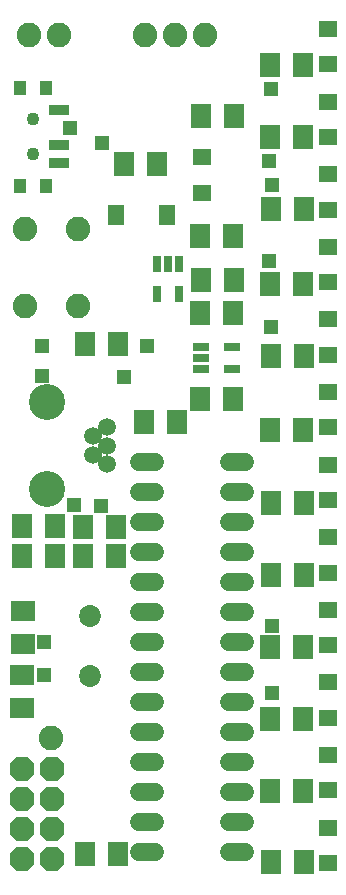
<source format=gts>
G75*
G70*
%OFA0B0*%
%FSLAX24Y24*%
%IPPOS*%
%LPD*%
%AMOC8*
5,1,8,0,0,1.08239X$1,22.5*
%
%ADD10R,0.0297X0.0552*%
%ADD11R,0.0552X0.0297*%
%ADD12R,0.0631X0.0552*%
%ADD13R,0.0710X0.0789*%
%ADD14R,0.0580X0.0659*%
%ADD15R,0.0395X0.0474*%
%ADD16R,0.0671X0.0356*%
%ADD17C,0.0434*%
%ADD18C,0.0600*%
%ADD19C,0.0820*%
%ADD20R,0.0789X0.0710*%
%ADD21OC8,0.0820*%
%ADD22C,0.0595*%
%ADD23C,0.1202*%
%ADD24C,0.0730*%
%ADD25R,0.0476X0.0476*%
%ADD26R,0.0490X0.0490*%
D10*
X006051Y019896D03*
X006799Y019896D03*
X006799Y020920D03*
X006425Y020920D03*
X006051Y020920D03*
D11*
X007538Y018157D03*
X007538Y017783D03*
X007538Y017409D03*
X008562Y017409D03*
X008562Y018157D03*
D12*
X011775Y017883D03*
X011775Y019064D03*
X011775Y020303D03*
X011775Y021484D03*
X011775Y022723D03*
X011775Y023904D03*
X011775Y025143D03*
X011775Y026324D03*
X011775Y027563D03*
X011775Y028744D03*
X007550Y024474D03*
X007550Y023293D03*
X011775Y016644D03*
X011775Y015463D03*
X011775Y014224D03*
X011775Y013043D03*
X011775Y011804D03*
X011775Y010623D03*
X011775Y009384D03*
X011775Y008203D03*
X011775Y006964D03*
X011775Y005783D03*
X011775Y004544D03*
X011775Y003363D03*
X011775Y002124D03*
X011775Y000943D03*
D13*
X010976Y000983D03*
X009874Y000983D03*
X009844Y003333D03*
X010946Y003333D03*
X010936Y005758D03*
X009834Y005758D03*
X009834Y008158D03*
X010936Y008158D03*
X010956Y010558D03*
X009854Y010558D03*
X009874Y012958D03*
X010976Y012958D03*
X010946Y015383D03*
X009844Y015383D03*
X008601Y016408D03*
X007499Y016408D03*
X006726Y015658D03*
X005624Y015658D03*
X004776Y018233D03*
X003674Y018233D03*
X007499Y019283D03*
X008601Y019283D03*
X008626Y020383D03*
X007524Y020383D03*
X007499Y021833D03*
X008601Y021833D03*
X009854Y022758D03*
X010956Y022758D03*
X010936Y020258D03*
X009834Y020258D03*
X009864Y017858D03*
X010966Y017858D03*
X004701Y012158D03*
X004701Y011183D03*
X003599Y011183D03*
X002651Y011183D03*
X001549Y011183D03*
X001549Y012183D03*
X002651Y012183D03*
X003599Y012158D03*
X003649Y001233D03*
X004751Y001233D03*
X004949Y024233D03*
X006051Y024233D03*
X007524Y025858D03*
X008626Y025858D03*
X009824Y025158D03*
X010926Y025158D03*
X010946Y027558D03*
X009844Y027558D03*
D14*
X006396Y022558D03*
X004704Y022558D03*
D15*
X002358Y023524D03*
X001492Y023524D03*
X001492Y026792D03*
X002358Y026792D03*
D16*
X002811Y026044D03*
X002811Y024863D03*
X002811Y024273D03*
D17*
X001925Y024568D03*
X001925Y025749D03*
D18*
X005465Y014308D02*
X005985Y014308D01*
X005985Y013308D02*
X005465Y013308D01*
X005465Y012308D02*
X005985Y012308D01*
X005985Y011308D02*
X005465Y011308D01*
X005465Y010308D02*
X005985Y010308D01*
X005985Y009308D02*
X005465Y009308D01*
X005465Y008308D02*
X005985Y008308D01*
X005985Y007308D02*
X005465Y007308D01*
X005465Y006308D02*
X005985Y006308D01*
X005985Y005308D02*
X005465Y005308D01*
X005465Y004308D02*
X005985Y004308D01*
X005985Y003308D02*
X005465Y003308D01*
X005465Y002308D02*
X005985Y002308D01*
X005985Y001308D02*
X005465Y001308D01*
X008465Y001308D02*
X008985Y001308D01*
X008985Y002308D02*
X008465Y002308D01*
X008465Y003308D02*
X008985Y003308D01*
X008985Y004308D02*
X008465Y004308D01*
X008465Y005308D02*
X008985Y005308D01*
X008985Y006308D02*
X008465Y006308D01*
X008465Y007308D02*
X008985Y007308D01*
X008985Y008308D02*
X008465Y008308D01*
X008465Y009308D02*
X008985Y009308D01*
X008985Y010308D02*
X008465Y010308D01*
X008465Y011308D02*
X008985Y011308D01*
X008985Y012308D02*
X008465Y012308D01*
X008465Y013308D02*
X008985Y013308D01*
X008985Y014308D02*
X008465Y014308D01*
D19*
X003440Y019503D03*
X001660Y019503D03*
X001660Y022063D03*
X003440Y022063D03*
X002800Y028533D03*
X001800Y028533D03*
X005675Y028533D03*
X006675Y028533D03*
X007675Y028533D03*
X002525Y005108D03*
D20*
X001575Y006107D03*
X001575Y007210D03*
X001600Y008257D03*
X001600Y009360D03*
D21*
X001550Y001083D03*
X002550Y001083D03*
X002550Y002083D03*
X001550Y002083D03*
X001550Y003083D03*
X002550Y003083D03*
X002550Y004083D03*
X001550Y004083D03*
D22*
X004408Y014228D03*
X003935Y014543D03*
X004408Y014858D03*
X003935Y015173D03*
X004408Y015488D03*
D23*
X002400Y016295D03*
X002400Y013421D03*
D24*
X003825Y009183D03*
X003825Y007183D03*
D25*
X002300Y007208D03*
X002300Y008308D03*
X003300Y012883D03*
X004200Y012858D03*
X004975Y017133D03*
X005725Y018183D03*
X002225Y018183D03*
X002225Y017183D03*
X009800Y021008D03*
X009900Y023558D03*
X009800Y024358D03*
X009850Y026758D03*
X004225Y024933D03*
X003150Y025433D03*
X009900Y008858D03*
X009900Y006608D03*
D26*
X009850Y018808D03*
M02*

</source>
